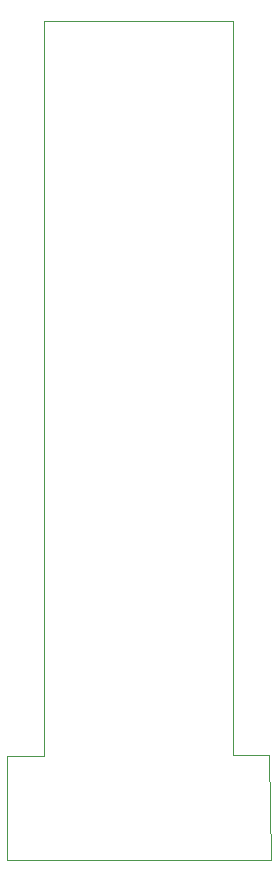
<source format=gbr>
G04*
G04 #@! TF.GenerationSoftware,Altium Limited,Altium Designer,22.11.1 (43)*
G04*
G04 Layer_Color=0*
%FSLAX44Y44*%
%MOMM*%
G71*
G04*
G04 #@! TF.SameCoordinates,85B5D84A-ABF2-449B-B7EE-03817192F5BC*
G04*
G04*
G04 #@! TF.FilePolarity,Positive*
G04*
G01*
G75*
%ADD58C,0.0254*%
D58*
X227647Y83820D02*
X226060Y172720D01*
X195580D01*
Y793750D01*
X35560D01*
Y171450D01*
X3810D01*
Y83820D01*
X227647D01*
M02*

</source>
